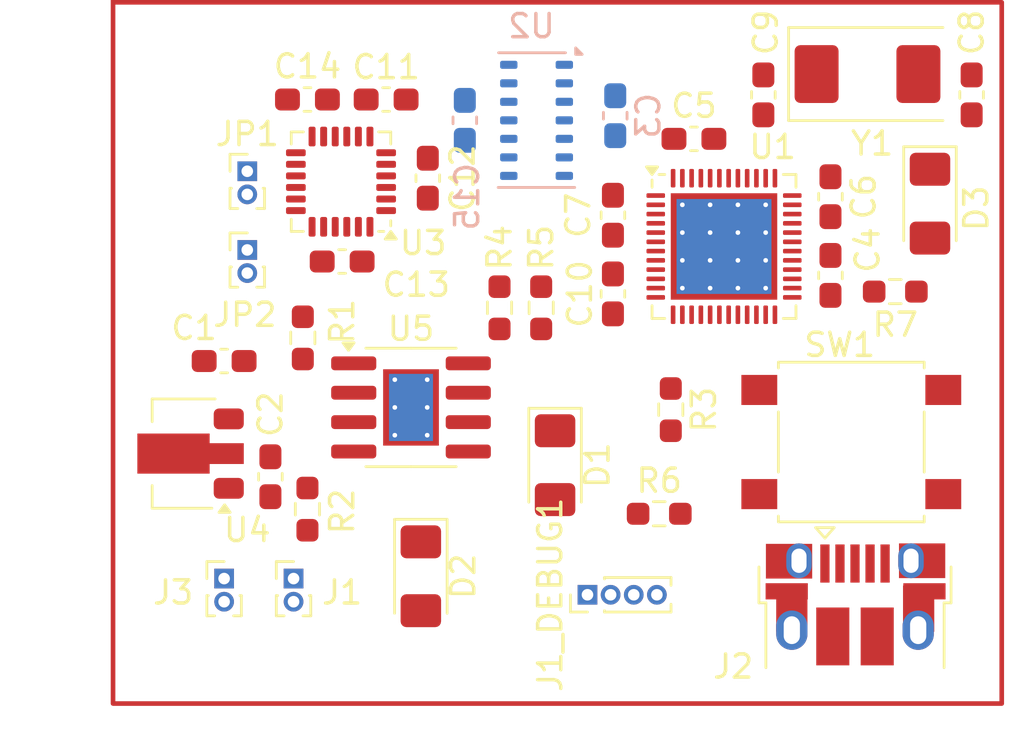
<source format=kicad_pcb>
(kicad_pcb (version 20241229) (generator "pcbnew") (generator_version "9.0")
  (layers (0 "F.Cu" signal) (2 "B.Cu" signal) (13 "F.Paste" user) (15 "B.Paste" user) (5 "F.SilkS" user "F.Silkscreen") (7 "B.SilkS" user "B.Silkscreen") (1 "F.Mask" user) (3 "B.Mask" user) (25 "Edge.Cuts" user))
  (net 0 "")
  (net 1 "Net-(J1-Pin_1)")
  (net 2 "/Battery/Vout")
  (net 3 "Net-(J1-Pin_2)")
  (net 4 "GND")
  (net 5 "Net-(JP1-A)")
  (net 6 "Net-(U1-DEC6)")
  (net 7 "Net-(U1-DEC4)")
  (net 8 "Net-(U1-DEC3)")
  (net 9 "Net-(U1-DEC1)")
  (net 10 "Net-(U1-XC1)")
  (net 11 "Net-(U1-XC2)")
  (net 12 "Net-(U3-VLOGIC)")
  (net 13 "Net-(U3-VDD)")
  (net 14 "Net-(U3-CPOUT)")
  (net 15 "Net-(U3-REGOUT)")
  (net 16 "Net-(D1-K)")
  (net 17 "Net-(D1-A)")
  (net 18 "Net-(D2-K)")
  (net 19 "Net-(D2-A)")
  (net 20 "Net-(D3-A)")
  (net 21 "Net-(J1_DEBUG1-Pin_3)")
  (net 22 "Net-(J1_DEBUG1-Pin_2)")
  (net 24 "Net-(J2-VBUS)")
  (net 25 "Net-(U5-PROG)")
  (net 26 "Net-(U1-~{RESET})")
  (net 27 "/MAX30102/SDA")
  (net 28 "/MAX30102/SCL")
  (net 29 "Net-(U1-P0.10)")
  (net 32 "/MCU/INT_MPU")
  (net 79 "Net-(U4-VI)")
  (footprint "Capacitor_SMD:C_0603_1608Metric_Pad1.08x0.95mm_HandSolder" (layer "F.Cu") (at 152.5 81.4 90)
    (property "Reference" "C9" (at 2.7 0.1 90) (layer "F.SilkS"))
    (property "Value" "12p")
    (fp_line (start -0.146267 -0.51) (end 0.146267 -0.51) (stroke (width 0.12)) (layer "F.SilkS"))
    (fp_line (start -0.146267 0.51) (end 0.146267 0.51) (stroke (width 0.12)) (layer "F.SilkS"))
    (pad "1" smd roundrect (at -0.8625 0 90) (size 1.075 0.95) (layers "F.Cu" "F.Mask" "F.Paste") (net 4 "GND"))
    (pad "2" smd roundrect (at 0.8625 0 90) (size 1.075 0.95) (layers "F.Cu" "F.Mask" "F.Paste") (net 11 "Net-(U1-XC2)"))
  )
  (footprint "Resistor_SMD:R_0603_1608Metric_Pad0.98x0.95mm_HandSolder" (layer "F.Cu") (at 132.6 91.9 -90)
    (property "Reference" "R1" (at -0.7 -1.7 90) (layer "F.SilkS"))
    (property "Value" "20k")
    (fp_line (start -0.254724 0.5225) (end 0.254724 0.5225) (stroke (width 0.12)) (layer "F.SilkS"))
    (fp_line (start -0.254724 -0.5225) (end 0.254724 -0.5225) (stroke (width 0.12)) (layer "F.SilkS"))
    (pad "1" smd roundrect (at -0.9125 0 270) (size 0.975 0.95) (layers "F.Cu" "F.Mask" "F.Paste") (net 25 "Net-(U5-PROG)"))
    (pad "2" smd roundrect (at 0.9125 0 270) (size 0.975 0.95) (layers "F.Cu" "F.Mask" "F.Paste") (net 4 "GND"))
  )
  (footprint "Connector_PinHeader_1.00mm:PinHeader_1x02_P1.00mm_Vertical" (layer "F.Cu") (at 132.2 102.3)
    (property "Reference" "J1" (at 2.1 0.6 0) (layer "F.SilkS"))
    (property "Value" "Conn_01x02_Pin")
    (fp_line (start -0.745 -0.735) (end 0 -0.735) (stroke (width 0.12)) (layer "F.SilkS"))
    (fp_line (start -0.745 0) (end -0.745 -0.735) (stroke (width 0.12)) (layer "F.SilkS"))
    (fp_line (start -0.745 0.735) (end -0.745 1.61) (stroke (width 0.12)) (layer "F.SilkS"))
    (fp_line (start -0.745 0.735) (end -0.685565 0.735) (stroke (width 0.12)) (layer "F.SilkS"))
    (fp_line (start -0.745 1.61) (end -0.41003 1.61) (stroke (width 0.12)) (layer "F.SilkS"))
    (fp_line (start 0.41003 1.61) (end 0.745 1.61) (stroke (width 0.12)) (layer "F.SilkS"))
    (fp_line (start 0.685565 0.735) (end 0.745 0.735) (stroke (width 0.12)) (layer "F.SilkS"))
    (fp_line (start 0.745 0.735) (end 0.745 1.61) (stroke (width 0.12)) (layer "F.SilkS"))
    (pad "1" thru_hole rect (at 0 0) (size 0.85 0.85) (drill 0.5) (layers "*.Cu" "*.Mask") (net 1 "Net-(J1-Pin_1)"))
    (pad "2" thru_hole circle (at 0 1) (size 0.85 0.85) (drill 0.5) (layers "*.Cu" "*.Mask") (net 3 "Net-(J1-Pin_2)"))
  )
  (footprint "Capacitor_SMD:C_0603_1608Metric_Pad1.08x0.95mm_HandSolder" (layer "F.Cu") (at 155.4 89.2 90)
    (property "Reference" "C4" (at 1.1 1.6 90) (layer "F.SilkS"))
    (property "Value" "4.7u")
    (fp_line (start -0.146267 -0.51) (end 0.146267 -0.51) (stroke (width 0.12)) (layer "F.SilkS"))
    (fp_line (start -0.146267 0.51) (end 0.146267 0.51) (stroke (width 0.12)) (layer "F.SilkS"))
    (pad "1" smd roundrect (at -0.8625 0 90) (size 1.075 0.95) (layers "F.Cu" "F.Mask" "F.Paste") (net 6 "Net-(U1-DEC6)"))
    (pad "2" smd roundrect (at 0.8625 0 90) (size 1.075 0.95) (layers "F.Cu" "F.Mask" "F.Paste") (net 4 "GND"))
  )
  (footprint "Connector_PinHeader_1.00mm:PinHeader_1x04_P1.00mm_Vertical" (layer "F.Cu") (at 144.9 103 90)
    (property "Reference" "J1_DEBUG1" (at 0 -1.61 90) (layer "F.SilkS"))
    (property "Value" "Conn_01x04_Pin")
    (fp_line (start -0.745 -0.735) (end 0 -0.735) (stroke (width 0.12)) (layer "F.SilkS"))
    (fp_line (start -0.745 0) (end -0.745 -0.735) (stroke (width 0.12)) (layer "F.SilkS"))
    (fp_line (start 0.745 0.735) (end 0.745 3.61) (stroke (width 0.12)) (layer "F.SilkS"))
    (fp_line (start 0.685565 0.735) (end 0.745 0.735) (stroke (width 0.12)) (layer "F.SilkS"))
    (fp_line (start -0.745 0.735) (end -0.685565 0.735) (stroke (width 0.12)) (layer "F.SilkS"))
    (fp_line (start -0.745 0.735) (end -0.745 3.61) (stroke (width 0.12)) (layer "F.SilkS"))
    (fp_line (start 0.41003 3.61) (end 0.745 3.61) (stroke (width 0.12)) (layer "F.SilkS"))
    (fp_line (start -0.745 3.61) (end -0.41003 3.61) (stroke (width 0.12)) (layer "F.SilkS"))
    (pad "1" thru_hole rect (at 0 0 90) (size 0.85 0.85) (drill 0.5) (layers "*.Cu" "*.Mask") (net 4 "GND"))
    (pad "2" thru_hole circle (at 0 1 90) (size 0.85 0.85) (drill 0.5) (layers "*.Cu" "*.Mask") (net 22 "Net-(J1_DEBUG1-Pin_2)"))
    (pad "3" thru_hole circle (at 0 2 90) (size 0.85 0.85) (drill 0.5) (layers "*.Cu" "*.Mask") (net 21 "Net-(J1_DEBUG1-Pin_3)"))
    (pad "4" thru_hole circle (at 0 3 90) (size 0.85 0.85) (drill 0.5) (layers "*.Cu" "*.Mask") (net 2 "/Battery/Vout"))
  )
  (footprint "LED_SMD:LED_1206_3216Metric_Pad1.42x1.75mm_HandSolder" (layer "F.Cu") (at 143.5 97.4 -90)
    (property "Reference" "D1" (at 0 -1.83 90) (layer "F.SilkS"))
    (property "Value" "LED")
    (fp_line (start -2.46 1.135) (end 1.6 1.135) (stroke (width 0.12)) (layer "F.SilkS"))
    (fp_line (start -2.46 -1.135) (end -2.46 1.135) (stroke (width 0.12)) (layer "F.SilkS"))
    (fp_line (start 1.6 -1.135) (end -2.46 -1.135) (stroke (width 0.12)) (layer "F.SilkS"))
    (pad "1" smd roundrect (at -1.4875 0 270) (size 1.425 1.75) (layers "F.Cu" "F.Mask" "F.Paste") (roundrect_rratio 0.175439) (net 16 "Net-(D1-K)"))
    (pad "2" smd roundrect (at 1.4875 0 270) (size 1.425 1.75) (layers "F.Cu" "F.Mask" "F.Paste") (roundrect_rratio 0.175439) (net 17 "Net-(D1-A)"))
  )
  (footprint "Button_Switch_SMD:SW_SPST_B3S-1000" (layer "F.Cu") (at 156.3 96.4 180)
    (property "Reference" "SW1" (at 0.5 4.2 0) (layer "F.SilkS"))
    (property "Value" "SW_Push")
    (fp_line (start 3.15 3.45) (end -3.15 3.45) (stroke (width 0.12)) (layer "F.SilkS"))
    (fp_line (start 3.15 3.2) (end 3.15 3.45) (stroke (width 0.12)) (layer "F.SilkS"))
    (fp_line (start 3.15 -1.3) (end 3.15 1.3) (stroke (width 0.12)) (layer "F.SilkS"))
    (fp_line (start 3.15 -3.45) (end 3.15 -3.2) (stroke (width 0.12)) (layer "F.SilkS"))
    (fp_line (start -3.15 3.45) (end -3.15 3.2) (stroke (width 0.12)) (layer "F.SilkS"))
    (fp_line (start -3.15 1.3) (end -3.15 -1.3) (stroke (width 0.12)) (layer "F.SilkS"))
    (fp_line (start -3.15 -3.2) (end -3.15 -3.45) (stroke (width 0.12)) (layer "F.SilkS"))
    (fp_line (start -3.15 -3.45) (end 3.15 -3.45) (stroke (width 0.12)) (layer "F.SilkS"))
    (pad "1" smd rect (at -3.975 -2.25 180) (size 1.55 1.3) (layers "F.Cu" "F.Mask" "F.Paste") (net 26 "Net-(U1-~{RESET})"))
    (pad "1" smd rect (at 3.975 -2.25 180) (size 1.55 1.3) (layers "F.Cu" "F.Mask" "F.Paste") (net 26 "Net-(U1-~{RESET})"))
    (pad "2" smd rect (at -3.975 2.25 180) (size 1.55 1.3) (layers "F.Cu" "F.Mask" "F.Paste") (net 4 "GND"))
    (pad "2" smd rect (at 3.975 2.25 180) (size 1.55 1.3) (layers "F.Cu" "F.Mask" "F.Paste") (net 4 "GND"))
  )
  (footprint "Package_SO:SOIC-8-1EP_3.9x4.9mm_P1.27mm_EP2.41x3.3mm_ThermalVias" (layer "F.Cu") (at 137.275 94.905)
    (property "Reference" "U5" (at 0 -3.4 0) (layer "F.SilkS"))
    (property "Value" "TP4056-42-ESOP8")
    (fp_line (start 0 -2.56) (end -1.95 -2.56) (stroke (width 0.12)) (layer "F.SilkS"))
    (fp_line (start 0 -2.56) (end 1.95 -2.56) (stroke (width 0.12)) (layer "F.SilkS"))
    (fp_line (start 0 2.56) (end -1.95 2.56) (stroke (width 0.12)) (layer "F.SilkS"))
    (fp_line (start 0 2.56) (end 1.95 2.56) (stroke (width 0.12)) (layer "F.SilkS"))
    (fp_poly (pts (xy -2.7 -2.465) (xy -2.94 -2.795) (xy -2.46 -2.795)) (stroke (width 0.12)) (fill yes) (layer "F.SilkS"))
    (pad "1" smd roundrect (at -2.475 -1.905) (size 1.95 0.6) (layers "F.Cu" "F.Mask" "F.Paste") (net 4 "GND"))
    (pad "2" smd roundrect (at -2.475 -0.635) (size 1.95 0.6) (layers "F.Cu" "F.Mask" "F.Paste") (net 25 "Net-(U5-PROG)"))
    (pad "3" smd roundrect (at -2.475 0.635) (size 1.95 0.6) (layers "F.Cu" "F.Mask" "F.Paste") (net 4 "GND"))
    (pad "4" smd roundrect (at -2.475 1.905) (size 1.95 0.6) (layers "F.Cu" "F.Mask" "F.Paste") (net 24 "Net-(J2-VBUS)"))
    (pad "5" smd roundrect (at 2.475 1.905) (size 1.95 0.6) (layers "F.Cu" "F.Mask" "F.Paste") (net 3 "Net-(J1-Pin_2)"))
    (pad "6" smd roundrect (at 2.475 0.635) (size 1.95 0.6) (layers "F.Cu" "F.Mask" "F.Paste") (net 16 "Net-(D1-K)"))
    (pad "7" smd roundrect (at 2.475 -0.635) (size 1.95 0.6) (layers "F.Cu" "F.Mask" "F.Paste") (net 18 "Net-(D2-K)"))
    (pad "8" smd roundrect (at 2.475 -1.905) (size 1.95 0.6) (layers "F.Cu" "F.Mask" "F.Paste") (net 4 "GND"))
    (pad "9" thru_hole circle (at -0.7 -1.2) (size 0.5 0.5) (drill 0.2) (property pad_prop_heatsink) (layers "*.Cu") (net 4 "GND"))
    (pad "9" thru_hole circle (at -0.7 0) (size 0.5 0.5) (drill 0.2) (property pad_prop_heatsink) (layers "*.Cu") (net 4 "GND"))
    (pad "9" thru_hole circle (at -0.7 1.2) (size 0.5 0.5) (drill 0.2) (property pad_prop_heatsink) (layers "*.Cu") (net 4 "GND"))
    (pad "9" smd rect (at 0 0) (size 1.9 2.9) (property pad_prop_heatsink) (layers "B.Cu") (net 4 "GND"))
    (pad "9" smd rect (at 0 0) (size 2.41 3.3) (property pad_prop_heatsink) (layers "F.Cu" "F.Mask") (net 4 "GND"))
    (pad "9" thru_hole circle (at 0.7 -1.2) (size 0.5 0.5) (drill 0.2) (property pad_prop_heatsink) (layers "*.Cu") (net 4 "GND"))
    (pad "9" thru_hole circle (at 0.7 0) (size 0.5 0.5) (drill 0.2) (property pad_prop_heatsink) (layers "*.Cu") (net 4 "GND"))
    (pad "9" thru_hole circle (at 0.7 1.2) (size 0.5 0.5) (drill 0.2) (property pad_prop_heatsink) (layers "*.Cu") (net 4 "GND"))
  )
  (footprint "Capacitor_SMD:C_0603_1608Metric_Pad1.08x0.95mm_HandSolder" (layer "F.Cu") (at 149.5 83.3)
    (property "Reference" "C5" (at 0 -1.43 0) (layer "F.SilkS"))
    (property "Value" "1.0u")
    (fp_line (start -0.146267 -0.51) (end 0.146267 -0.51) (stroke (width 0.12)) (layer "F.SilkS"))
    (fp_line (start -0.146267 0.51) (end 0.146267 0.51) (stroke (width 0.12)) (layer "F.SilkS"))
    (pad "1" smd roundrect (at -0.8625 0) (size 1.075 0.95) (layers "F.Cu" "F.Mask" "F.Paste") (net 7 "Net-(U1-DEC4)"))
    (pad "2" smd roundrect (at 0.8625 0) (size 1.075 0.95) (layers "F.Cu" "F.Mask" "F.Paste") (net 4 "GND"))
  )
  (footprint "Resistor_SMD:R_0603_1608Metric_Pad0.98x0.95mm_HandSolder" (layer "F.Cu") (at 141.1 90.6 -90)
    (property "Reference" "R4" (at -2.6 0 90) (layer "F.SilkS"))
    (property "Value" "4k7")
    (fp_line (start -0.254724 0.5225) (end 0.254724 0.5225) (stroke (width 0.12)) (layer "F.SilkS"))
    (fp_line (start -0.254724 -0.5225) (end 0.254724 -0.5225) (stroke (width 0.12)) (layer "F.SilkS"))
    (pad "1" smd roundrect (at -0.9125 0 270) (size 0.975 0.95) (layers "F.Cu" "F.Mask" "F.Paste") (net 2 "/Battery/Vout"))
    (pad "2" smd roundrect (at 0.9125 0 270) (size 0.975 0.95) (layers "F.Cu" "F.Mask" "F.Paste") (net 27 "/MAX30102/SDA"))
  )
  (footprint "Resistor_SMD:R_0603_1608Metric_Pad0.98x0.95mm_HandSolder" (layer "F.Cu") (at 148.5 95 -90)
    (property "Reference" "R3" (at 0 -1.43 270) (layer "F.SilkS"))
    (property "Value" "10k")
    (fp_line (start -0.254724 0.5225) (end 0.254724 0.5225) (stroke (width 0.12)) (layer "F.SilkS"))
    (fp_line (start -0.254724 -0.5225) (end 0.254724 -0.5225) (stroke (width 0.12)) (layer "F.SilkS"))
    (pad "1" smd roundrect (at -0.9125 0 270) (size 0.975 0.95) (layers "F.Cu" "F.Mask" "F.Paste") (net 26 "Net-(U1-~{RESET})"))
    (pad "2" smd roundrect (at 0.9125 0 270) (size 0.975 0.95) (layers "F.Cu" "F.Mask" "F.Paste") (net 2 "/Battery/Vout"))
  )
  (footprint "Capacitor_SMD:C_0603_1608Metric_Pad1.08x0.95mm_HandSolder" (layer "F.Cu") (at 136.2 81.6 180)
    (property "Reference" "C11" (at 0 1.4 0) (layer "F.SilkS"))
    (property "Value" "10n")
    (fp_line (start -0.146267 0.51) (end 0.146267 0.51) (stroke (width 0.12)) (layer "F.SilkS"))
    (fp_line (start -0.146267 -0.51) (end 0.146267 -0.51) (stroke (width 0.12)) (layer "F.SilkS"))
    (pad "1" smd roundrect (at -0.8625 0 180) (size 1.075 0.95) (layers "F.Cu" "F.Mask" "F.Paste") (net 12 "Net-(U3-VLOGIC)"))
    (pad "2" smd roundrect (at 0.8625 0 180) (size 1.075 0.95) (layers "F.Cu" "F.Mask" "F.Paste") (net 4 "GND"))
  )
  (footprint "Capacitor_SMD:C_0603_1608Metric_Pad1.08x0.95mm_HandSolder" (layer "F.Cu") (at 134.3 88.6)
    (property "Reference" "C13" (at 3.2 1 0) (layer "F.SilkS"))
    (property "Value" "2.2n")
    (fp_line (start -0.146267 -0.51) (end 0.146267 -0.51) (stroke (width 0.12)) (layer "F.SilkS"))
    (fp_line (start -0.146267 0.51) (end 0.146267 0.51) (stroke (width 0.12)) (layer "F.SilkS"))
    (pad "1" smd roundrect (at -0.8625 0) (size 1.075 0.95) (layers "F.Cu" "F.Mask" "F.Paste") (net 14 "Net-(U3-CPOUT)"))
    (pad "2" smd roundrect (at 0.8625 0) (size 1.075 0.95) (layers "F.Cu" "F.Mask" "F.Paste") (net 4 "GND"))
  )
  (footprint "Connector_PinHeader_1.00mm:PinHeader_1x02_P1.00mm_Vertical" (layer "F.Cu") (at 130.2 84.7)
    (property "Reference" "JP1" (at 0 -1.61 0) (layer "F.SilkS"))
    (property "Value" "Jumper_2_Bridged")
    (fp_line (start -0.745 -0.735) (end 0 -0.735) (stroke (width 0.12)) (layer "F.SilkS"))
    (fp_line (start -0.745 0) (end -0.745 -0.735) (stroke (width 0.12)) (layer "F.SilkS"))
    (fp_line (start -0.745 0.735) (end -0.745 1.61) (stroke (width 0.12)) (layer "F.SilkS"))
    (fp_line (start -0.745 0.735) (end -0.685565 0.735) (stroke (width 0.12)) (layer "F.SilkS"))
    (fp_line (start -0.745 1.61) (end -0.41003 1.61) (stroke (width 0.12)) (layer "F.SilkS"))
    (fp_line (start 0.41003 1.61) (end 0.745 1.61) (stroke (width 0.12)) (layer "F.SilkS"))
    (fp_line (start 0.685565 0.735) (end 0.745 0.735) (stroke (width 0.12)) (layer "F.SilkS"))
    (fp_line (start 0.745 0.735) (end 0.745 1.61) (stroke (width 0.12)) (layer "F.SilkS"))
    (pad "1" thru_hole rect (at 0 0) (size 0.85 0.85) (drill 0.5) (layers "*.Cu" "*.Mask") (net 5 "Net-(JP1-A)"))
    (pad "2" thru_hole circle (at 0 1) (size 0.85 0.85) (drill 0.5) (layers "*.Cu" "*.Mask") (net 2 "/Battery/Vout"))
  )
  (footprint "Capacitor_SMD:C_0603_1608Metric_Pad1.08x0.95mm_HandSolder" (layer "F.Cu") (at 129.2 92.9)
    (property "Reference" "C1" (at -1.3 -1.43 0) (layer "F.SilkS"))
    (property "Value" "1u")
    (fp_line (start -0.146267 -0.51) (end 0.146267 -0.51) (stroke (width 0.12)) (layer "F.SilkS"))
    (fp_line (start -0.146267 0.51) (end 0.146267 0.51) (stroke (width 0.12)) (layer "F.SilkS"))
    (pad "1" smd roundrect (at -0.8625 0) (size 1.075 0.95) (layers "F.Cu" "F.Mask" "F.Paste") (net 2 "/Battery/Vout"))
    (pad "2" smd roundrect (at 0.8625 0) (size 1.075 0.95) (layers "F.Cu" "F.Mask" "F.Paste") (net 1 "Net-(J1-Pin_1)"))
  )
  (footprint "Connector_PinHeader_1.00mm:PinHeader_1x02_P1.00mm_Vertical" (layer "F.Cu") (at 130.2 88.1)
    (property "Reference" "JP2" (at -0.1 2.8 0) (layer "F.SilkS"))
    (property "Value" "Jumper_2_Bridged")
    (fp_line (start -0.745 -0.735) (end 0 -0.735) (stroke (width 0.12)) (layer "F.SilkS"))
    (fp_line (start -0.745 0) (end -0.745 -0.735) (stroke (width 0.12)) (layer "F.SilkS"))
    (fp_line (start -0.745 0.735) (end -0.745 1.61) (stroke (width 0.12)) (layer "F.SilkS"))
    (fp_line (start -0.745 0.735) (end -0.685565 0.735) (stroke (width 0.12)) (layer "F.SilkS"))
    (fp_line (start -0.745 1.61) (end -0.41003 1.61) (stroke (width 0.12)) (layer "F.SilkS"))
    (fp_line (start 0.41003 1.61) (end 0.745 1.61) (stroke (width 0.12)) (layer "F.SilkS"))
    (fp_line (start 0.685565 0.735) (end 0.745 0.735) (stroke (width 0.12)) (layer "F.SilkS"))
    (fp_line (start 0.745 0.735) (end 0.745 1.61) (stroke (width 0.12)) (layer "F.SilkS"))
    (pad "1" thru_hole rect (at 0 0) (size 0.85 0.85) (drill 0.5) (layers "*.Cu" "*.Mask") (net 4 "GND"))
    (pad "2" thru_hole circle (at 0 1) (size 0.85 0.85) (drill 0.5) (layers "*.Cu" "*.Mask") (net 2 "/Battery/Vout"))
  )
  (footprint "Crystal:Crystal_SMD_0603-2Pin_6.0x3.5mm" (layer "F.Cu") (at 157 80.5)
    (property "Reference" "Y1" (at 0.2 3 0) (layer "F.SilkS"))
    (property "Value" "32Mhz")
    (fp_line (start -3.41 -2.01) (end -3.41 2.01) (stroke (width 0.12)) (layer "F.SilkS"))
    (fp_line (start -3.41 2.01) (end 3.26 2.01) (stroke (width 0.12)) (layer "F.SilkS"))
    (fp_line (start 3.26 -2.01) (end -3.41 -2.01) (stroke (width 0.12)) (layer "F.SilkS"))
    (pad "1" smd roundrect (at -2.2 0) (size 1.9 2.5) (layers "F.Cu" "F.Mask" "F.Paste") (roundrect_rratio 0.131579) (net 11 "Net-(U1-XC2)"))
    (pad "2" smd roundrect (at 2.2 0) (size 1.9 2.5) (layers "F.Cu" "F.Mask" "F.Paste") (roundrect_rratio 0.131579) (net 10 "Net-(U1-XC1)"))
  )
  (footprint "Resistor_SMD:R_0603_1608Metric_Pad0.98x0.95mm_HandSolder" (layer "F.Cu") (at 142.9 90.6 -90)
    (property "Reference" "R5" (at -2.6 0 90) (layer "F.SilkS"))
    (property "Value" "4k7")
    (fp_line (start -0.254724 0.5225) (end 0.254724 0.5225) (stroke (width 0.12)) (layer "F.SilkS"))
    (fp_line (start -0.254724 -0.5225) (end 0.254724 -0.5225) (stroke (width 0.12)) (layer "F.SilkS"))
    (pad "1" smd roundrect (at -0.9125 0 270) (size 0.975 0.95) (layers "F.Cu" "F.Mask" "F.Paste") (net 2 "/Battery/Vout"))
    (pad "2" smd roundrect (at 0.9125 0 270) (size 0.975 0.95) (layers "F.Cu" "F.Mask" "F.Paste") (net 28 "/MAX30102/SCL"))
  )
  (footprint "Capacitor_SMD:C_0603_1608Metric_Pad1.08x0.95mm_HandSolder" (layer "F.Cu") (at 155.4 85.8 -90)
    (property "Reference" "C6" (at 0 -1.43 90) (layer "F.SilkS"))
    (property "Value" "1.0u")
    (fp_line (start -0.146267 0.51) (end 0.146267 0.51) (stroke (width 0.12)) (layer "F.SilkS"))
    (fp_line (start -0.146267 -0.51) (end 0.146267 -0.51) (stroke (width 0.12)) (layer "F.SilkS"))
    (pad "1" smd roundrect (at -0.8625 0 270) (size 1.075 0.95) (layers "F.Cu" "F.Mask" "F.Paste") (net 8 "Net-(U1-DEC3)"))
    (pad "2" smd roundrect (at 0.8625 0 270) (size 1.075 0.95) (layers "F.Cu" "F.Mask" "F.Paste") (net 4 "GND"))
  )
  (footprint "Capacitor_SMD:C_0603_1608Metric_Pad1.08x0.95mm_HandSolder" (layer "F.Cu") (at 138 85 90)
    (property "Reference" "C12" (at 0 1.5 90) (layer "F.SilkS"))
    (property "Value" "100n")
    (fp_line (start -0.146267 -0.51) (end 0.146267 -0.51) (stroke (width 0.12)) (layer "F.SilkS"))
    (fp_line (start -0.146267 0.51) (end 0.146267 0.51) (stroke (width 0.12)) (layer "F.SilkS"))
    (pad "1" smd roundrect (at -0.8625 0 90) (size 1.075 0.95) (layers "F.Cu" "F.Mask" "F.Paste") (net 13 "Net-(U3-VDD)"))
    (pad "2" smd roundrect (at 0.8625 0 90) (size 1.075 0.95) (layers "F.Cu" "F.Mask" "F.Paste") (net 4 "GND"))
  )
  (footprint "Capacitor_SMD:C_0603_1608Metric_Pad1.08x0.95mm_HandSolder" (layer "F.Cu") (at 131.2 97.9 -90)
    (property "Reference" "C2" (at -2.7 0 90) (layer "F.SilkS"))
    (property "Value" "1u")
    (fp_line (start -0.146267 0.51) (end 0.146267 0.51) (stroke (width 0.12)) (layer "F.SilkS"))
    (fp_line (start -0.146267 -0.51) (end 0.146267 -0.51) (stroke (width 0.12)) (layer "F.SilkS"))
    (pad "1" smd roundrect (at -0.8625 0 270) (size 1.075 0.95) (layers "F.Cu" "F.Mask" "F.Paste") (net 79 "Net-(U4-VI)"))
    (pad "2" smd roundrect (at 0.8625 0 270) (size 1.075 0.95) (layers "F.Cu" "F.Mask" "F.Paste") (net 1 "Net-(J1-Pin_1)"))
  )
  (footprint "Package_TO_SOT_SMD:SOT-89-3" (layer "F.Cu") (at 127.45 96.9 180)
    (property "Reference" "U4" (at -2.75 -3.3 0) (layer "F.SilkS"))
    (property "Value" "MCP1700x-330xxMB")
    (fp_line (start 1.36 2.36) (end -1.36 2.36) (stroke (width 0.12)) (layer "F.SilkS"))
    (fp_line (start 1.36 1.38) (end 1.36 2.36) (stroke (width 0.12)) (layer "F.SilkS"))
    (fp_line (start 1.36 -1.38) (end 1.36 -2.36) (stroke (width 0.12)) (layer "F.SilkS"))
    (fp_line (start -1.22 -2.36) (end 1.36 -2.36) (stroke (width 0.12)) (layer "F.SilkS"))
    (fp_poly (pts (xy -1.77 -2.21) (xy -2.01 -2.54) (xy -1.53 -2.54) (xy -1.77 -2.21)) (stroke (width 0.12)) (fill yes) (layer "F.SilkS"))
    (pad "1" smd roundrect (at -1.95 -1.5 180) (size 1.3 0.9) (layers "F.Cu" "F.Mask" "F.Paste") (net 1 "Net-(J1-Pin_1)"))
    (pad "2" smd custom (at -1.8625 0 180) (size 1.475 0.9) (layers "F.Cu" "F.Mask" "F.Paste") (net 79 "Net-(U4-VI)") (options (clearance outline) (anchor rect)) (primitives (gr_poly (pts (xy 3.8625 0.8665) (xy 0.7375 0.8665) (xy 0.7375 -0.8665) (xy 3.8625 -0.8665)) (width 0) (fill yes))))
    (pad "3" smd roundrect (at -1.95 1.5 180) (size 1.3 0.9) (layers "F.Cu" "F.Mask" "F.Paste") (net 2 "/Battery/Vout"))
  )
  (footprint "LED_SMD:LED_1206_3216Metric_Pad1.42x1.75mm_HandSolder" (layer "F.Cu") (at 159.7 86.1 -90)
    (property "Reference" "D3" (at 0.2 -2 90) (layer "F.SilkS"))
    (property "Value" "LED")
    (fp_line (start -2.46 1.135) (end 1.6 1.135) (stroke (width 0.12)) (layer "F.SilkS"))
    (fp_line (start -2.46 -1.135) (end -2.46 1.135) (stroke (width 0.12)) (layer "F.SilkS"))
    (fp_line (start 1.6 -1.135) (end -2.46 -1.135) (stroke (width 0.12)) (layer "F.SilkS"))
    (pad "1" smd roundrect (at -1.4875 0 270) (size 1.425 1.75) (layers "F.Cu" "F.Mask" "F.Paste") (roundrect_rratio 0.175439) (net 4 "GND"))
    (pad "2" smd roundrect (at 1.4875 0 270) (size 1.425 1.75) (layers "F.Cu" "F.Mask" "F.Paste") (roundrect_rratio 0.175439) (net 20 "Net-(D3-A)"))
  )
  (footprint "Resistor_SMD:R_0603_1608Metric_Pad0.98x0.95mm_HandSolder" (layer "F.Cu") (at 132.8 99.3 90)
    (property "Reference" "R2" (at -0.1 1.5 90) (layer "F.SilkS"))
    (property "Value" "1k")
    (fp_line (start -0.254724 -0.5225) (end 0.254724 -0.5225) (stroke (width 0.12)) (layer "F.SilkS"))
    (fp_line (start -0.254724 0.5225) (end 0.254724 0.5225) (stroke (width 0.12)) (layer "F.SilkS"))
    (pad "1" smd roundrect (at -0.9125 0 90) (size 0.975 0.95) (layers "F.Cu" "F.Mask" "F.Paste") (net 19 "Net-(D2-A)"))
    (pad "2" smd roundrect (at 0.9125 0 90) (size 0.975 0.95) (layers "F.Cu" "F.Mask" "F.Paste") (net 24 "Net-(J2-VBUS)"))
  )
  (footprint "LED_SMD:LED_1206_3216Metric_Pad1.42x1.75mm_HandSolder" (layer "F.Cu") (at 137.7 102.2 -90)
    (property "Reference" "D2" (at 0 -1.83 90) (layer "F.SilkS"))
    (property "Value" "LED")
    (fp_line (start -2.46 1.135) (end 1.6 1.135) (stroke (width 0.12)) (layer "F.SilkS"))
    (fp_line (start -2.46 -1.135) (end -2.46 1.135) (stroke (width 0.12)) (layer "F.SilkS"))
    (fp_line (start 1.6 -1.135) (end -2.46 -1.135) (stroke (width 0.12)) (layer "F.SilkS"))
    (pad "1" smd roundrect (at -1.4875 0 270) (size 1.425 1.75) (layers "F.Cu" "F.Mask" "F.Paste") (roundrect_rratio 0.175439) (net 18 "Net-(D2-K)"))
    (pad "2" smd roundrect (at 1.4875 0 270) (size 1.425 1.75) (layers "F.Cu" "F.Mask" "F.Paste") (roundrect_rratio 0.175439) (net 19 "Net-(D2-A)"))
  )
  (footprint "Connector_PinHeader_1.00mm:PinHeader_1x02_P1.00mm_Vertical" (layer "F.Cu") (at 129.2 102.3)
    (property "Reference" "J3" (at -2.2 0.6 0) (layer "F.SilkS"))
    (property "Value" "Conn_01x02_Pin")
    (fp_line (start -0.745 -0.735) (end 0 -0.735) (stroke (width 0.12)) (layer "F.SilkS"))
    (fp_line (start -0.745 0) (end -0.745 -0.735) (stroke (width 0.12)) (layer "F.SilkS"))
    (fp_line (start -0.745 0.735) (end -0.745 1.61) (stroke (width 0.12)) (layer "F.SilkS"))
    (fp_line (start -0.745 0.735) (end -0.685565 0.735) (stroke (width 0.12)) (layer "F.SilkS"))
    (fp_line (start -0.745 1.61) (end -0.41003 1.61) (stroke (width 0.12)) (layer "F.SilkS"))
    (fp_line (start 0.41003 1.61) (end 0.745 1.61) (stroke (width 0.12)) (layer "F.SilkS"))
    (fp_line (start 0.685565 0.735) (end 0.745 0.735) (stroke (width 0.12)) (layer "F.SilkS"))
    (fp_line (start 0.745 0.735) (end 0.745 1.61) (stroke (width 0.12)) (layer "F.SilkS"))
    (pad "1" thru_hole rect (at 0 0) (size 0.85 0.85) (drill 0.5) (layers "*.Cu" "*.Mask") (net 3 "Net-(J1-Pin_2)"))
    (pad "2" thru_hole circle (at 0 1) (size 0.85 0.85) (drill 0.5) (layers "*.Cu" "*.Mask"))
  )
  (footprint "Capacitor_SMD:C_0603_1608Metric_Pad1.08x0.95mm_HandSolder" (layer "F.Cu") (at 146 86.6 -90)
    (property "Reference" "C7" (at 0 1.5 270) (layer "F.SilkS"))
    (property "Value" "1.0u")
    (fp_line (start -0.146267 0.51) (end 0.146267 0.51) (stroke (width 0.12)) (layer "F.SilkS"))
    (fp_line (start -0.146267 -0.51) (end 0.146267 -0.51) (stroke (width 0.12)) (layer "F.SilkS"))
    (pad "1" smd roundrect (at -0.8625 0 270) (size 1.075 0.95) (layers "F.Cu" "F.Mask" "F.Paste") (net 9 "Net-(U1-DEC1)"))
    (pad "2" smd roundrect (at 0.8625 0 270) (size 1.075 0.95) (layers "F.Cu" "F.Mask" "F.Paste") (net 4 "GND"))
  )
  (footprint "Capacitor_SMD:C_0603_1608Metric_Pad1.08x0.95mm_HandSolder" (layer "F.Cu") (at 132.8 81.6)
    (property "Reference" "C14" (at 0 -1.43 0) (layer "F.SilkS"))
    (property "Value" "100n")
    (fp_line (start -0.146267 -0.51) (end 0.146267 -0.51) (stroke (width 0.12)) (layer "F.SilkS"))
    (fp_line (start -0.146267 0.51) (end 0.146267 0.51) (stroke (width 0.12)) (layer "F.SilkS"))
    (pad "1" smd roundrect (at -0.8625 0) (size 1.075 0.95) (layers "F.Cu" "F.Mask" "F.Paste") (net 15 "Net-(U3-REGOUT)"))
    (pad "2" smd roundrect (at 0.8625 0) (size 1.075 0.95) (layers "F.Cu" "F.Mask" "F.Paste") (net 4 "GND"))
  )
  (footprint "Package_DFN_QFN:QFN-48-1EP_6x6mm_P0.4mm_EP4.6x4.6mm_ThermalVias" (layer "F.Cu") (at 150.8 87.95)
    (property "Reference" "U1" (at 2.1 -4.3 0) (layer "F.SilkS"))
    (property "Value" "nRF52840-QFXX")
    (fp_line (start -3.11 -2.56) (end -3.11 -2.87) (stroke (width 0.12)) (layer "F.SilkS"))
    (fp_line (start -3.11 3.11) (end -3.11 2.56) (stroke (width 0.12)) (layer "F.SilkS"))
    (fp_line (start -2.56 -3.11) (end -2.81 -3.11) (stroke (width 0.12)) (layer "F.SilkS"))
    (fp_line (start -2.56 3.11) (end -3.11 3.11) (stroke (width 0.12)) (layer "F.SilkS"))
    (fp_line (start 2.56 -3.11) (end 3.11 -3.11) (stroke (width 0.12)) (layer "F.SilkS"))
    (fp_line (start 2.56 3.11) (end 3.11 3.11) (stroke (width 0.12)) (layer "F.SilkS"))
    (fp_line (start 3.11 -3.11) (end 3.11 -2.56) (stroke (width 0.12)) (layer "F.SilkS"))
    (fp_line (start 3.11 3.11) (end 3.11 2.56) (stroke (width 0.12)) (layer "F.SilkS"))
    (fp_poly (pts (xy -3.11 -3.11) (xy -3.35 -3.44) (xy -2.87 -3.44)) (stroke (width 0.12)) (fill yes) (layer "F.SilkS"))
    (pad "1" smd roundrect (at -2.95 -2.2) (size 0.8 0.2) (layers "F.Cu" "F.Mask" "F.Paste") (net 9 "Net-(U1-DEC1)"))
    (pad "2" smd roundrect (at -2.95 -1.8) (size 0.8 0.2) (layers "F.Cu" "F.Mask" "F.Paste") (net 32 "/MCU/INT_MPU"))
    (pad "3" smd roundrect (at -2.95 -1.4) (size 0.8 0.2) (layers "F.Cu" "F.Mask" "F.Paste"))
    (pad "4" smd roundrect (at -2.95 -1) (size 0.8 0.2) (layers "F.Cu" "F.Mask" "F.Paste"))
    (pad "5" smd roundrect (at -2.95 -0.6) (size 0.8 0.2) (layers "F.Cu" "F.Mask" "F.Paste"))
    (pad "6" smd roundrect (at -2.95 -0.2) (size 0.8 0.2) (layers "F.Cu" "F.Mask" "F.Paste"))
    (pad "7" smd roundrect (at -2.95 0.2) (size 0.8 0.2) (layers "F.Cu" "F.Mask" "F.Paste"))
    (pad "8" smd roundrect (at -2.95 0.6) (size 0.8 0.2) (layers "F.Cu" "F.Mask" "F.Paste"))
    (pad "9" smd roundrect (at -2.95 1) (size 0.8 0.2) (layers "F.Cu" "F.Mask" "F.Paste"))
    (pad "10" smd roundrect (at -2.95 1.4) (size 0.8 0.2) (layers "F.Cu" "F.Mask" "F.Paste") (net 28 "/MAX30102/SCL"))
    (pad "11" smd roundrect (at -2.95 1.8) (size 0.8 0.2) (layers "F.Cu" "F.Mask" "F.Paste") (net 27 "/MAX30102/SDA"))
    (pad "12" smd roundrect (at -2.95 2.2) (size 0.8 0.2) (layers "F.Cu" "F.Mask" "F.Paste") (net 2 "/Battery/Vout"))
    (pad "13" smd roundrect (at -2.2 2.95) (size 0.2 0.8) (layers "F.Cu" "F.Mask" "F.Paste"))
    (pad "14" smd roundrect (at -1.8 2.95) (size 0.2 0.8) (layers "F.Cu" "F.Mask" "F.Paste"))
    (pad "15" smd roundrect (at -1.4 2.95) (size 0.2 0.8) (layers "F.Cu" "F.Mask" "F.Paste"))
    (pad "16" smd roundrect (at -1 2.95) (size 0.2 0.8) (layers "F.Cu" "F.Mask" "F.Paste") (net 26 "Net-(U1-~{RESET})"))
    (pad "17" smd roundrect (at -0.6 2.95) (size 0.2 0.8) (layers "F.Cu" "F.Mask" "F.Paste") (net 2 "/Battery/Vout"))
    (pad "18" smd roundrect (at -0.2 2.95) (size 0.2 0.8) (layers "F.Cu" "F.Mask" "F.Paste"))
    (pad "19" smd roundrect (at 0.2 2.95) (size 0.2 0.8) (layers "F.Cu" "F.Mask" "F.Paste"))
    (pad "20" smd roundrect (at 0.6 2.95) (size 0.2 0.8) (layers "F.Cu" "F.Mask" "F.Paste"))
    (pad "21" smd roundrect (at 1 2.95) (size 0.2 0.8) (layers "F.Cu" "F.Mask" "F.Paste"))
    (pad "22" smd roundrect (at 1.4 2.95) (size 0.2 0.8) (layers "F.Cu" "F.Mask" "F.Paste"))
    (pad "23" smd roundrect (at 1.8 2.95) (size 0.2 0.8) (layers "F.Cu" "F.Mask" "F.Paste"))
    (pad "24" smd roundrect (at 2.2 2.95) (size 0.2 0.8) (layers "F.Cu" "F.Mask" "F.Paste"))
    (pad "25" smd roundrect (at 2.95 2.2) (size 0.8 0.2) (layers "F.Cu" "F.Mask" "F.Paste") (net 2 "/Battery/Vout"))
    (pad "26" smd roundrect (at 2.95 1.8) (size 0.8 0.2) (layers "F.Cu" "F.Mask" "F.Paste") (net 22 "Net-(J1_DEBUG1-Pin_2)"))
    (pad "27" smd roundrect (at 2.95 1.4) (size 0.8 0.2) (layers "F.Cu" "F.Mask" "F.Paste") (net 21 "Net-(J1_DEBUG1-Pin_3)"))
    (pad "28" smd roundrect (at 2.95 1) (size 0.8 0.2) (layers "F.Cu" "F.Mask" "F.Paste"))
    (pad "29" smd roundrect (at 2.95 0.6) (size 0.8 0.2) (layers "F.Cu" "F.Mask" "F.Paste"))
    (pad "30" smd roundrect (at 2.95 0.2) (size 0.8 0.2) (layers "F.Cu" "F.Mask" "F.Paste") (net 29 "Net-(U1-P0.10)"))
    (pad "31" smd roundrect (at 2.95 -0.2) (size 0.8 0.2) (layers "F.Cu" "F.Mask" "F.Paste"))
    (pad "32" smd roundrect (at 2.95 -0.6) (size 0.8 0.2) (layers "F.Cu" "F.Mask" "F.Paste") (net 4 "GND"))
    (pad "33" smd roundrect (at 2.95 -1) (size 0.8 0.2) (layers "F.Cu" "F.Mask" "F.Paste") (net 6 "Net-(U1-DEC6)"))
    (pad "34" smd roundrect (at 2.95 -1.4) (size 0.8 0.2) (layers "F.Cu" "F.Mask" "F.Paste") (net 8 "Net-(U1-DEC3)"))
    (pad "35" smd roundrect (at 2.95 -1.8) (size 0.8 0.2) (layers "F.Cu" "F.Mask" "F.Paste") (net 10 "Net-(U1-XC1)"))
    (pad "36" smd roundrect (at 2.95 -2.2) (size 0.8 0.2) (layers "F.Cu" "F.Mask" "F.Paste") (net 11 "Net-(U1-XC2)"))
    (pad "37" smd roundrect (at 2.2 -2.95) (size 0.2 0.8) (layers "F.Cu" "F.Mask" "F.Paste") (net 2 "/Battery/Vout"))
    (pad "38" smd roundrect (at 1.8 -2.95) (size 0.2 0.8) (layers "F.Cu" "F.Mask" "F.Paste"))
    (pad "39" smd roundrect (at 1.4 -2.95) (size 0.2 0.8) (layers "F.Cu" "F.Mask" "F.Paste"))
    (pad "40" smd roundrect (at 1 -2.95) (size 0.2 0.8) (layers "F.Cu" "F.Mask" "F.Paste"))
    (pad "41" smd roundrect (at 0.6 -2.95) (size 0.2 0.8) (layers "F.Cu" "F.Mask" "F.Paste"))
    (pad "42" smd roundrect (at 0.2 -2.95) (size 0.2 0.8) (layers "F.Cu" "F.Mask" "F.Paste"))
    (pad "43" smd roundrect (at -0.2 -2.95) (size 0.2 0.8) (layers "F.Cu" "F.Mask" "F.Paste"))
    (pad "44" smd roundrect (at -0.6 -2.95) (size 0.2 0.8) (layers "F.Cu" "F.Mask" "F.Paste"))
    (pad "45" smd roundrect (at -1 -2.95) (size 0.2 0.8) (layers "F.Cu" "F.Mask" "F.Paste") (net 4 "GND"))
    (pad "46" smd roundrect (at -1.4 -2.95) (size 0.2 0.8) (layers "F.Cu" "F.Mask" "F.Paste") (net 7 "Net-(U1-DEC4)"))
    (pad "47" smd roundrect (at -1.8 -2.95) (size 0.2 0.8) (layers "F.Cu" "F.Mask" "F.Paste"))
    (pad "48" smd roundrect (at -2.2 -2.95) (size 0.2 0.8) (layers "F.Cu" "F.Mask" "F.Paste") (net 2 "/Battery/Vout"))
    (pad "49" thru_hole circle (at -1.8 -1.8) (size 0.5 0.5) (drill 0.2) (property pad_prop_heatsink) (layers "*.Cu") (net 4 "GND"))
    (pad "49" thru_hole circle (at -1.8 -0.6) (size 0.5 0.5) (drill 0.2) (property pad_prop_heatsink) (layers "*.Cu") (net 4 "GND"))
    (pad "49" thru_hole circle (at -1.8 0.6) (size 0.5 0.5) (drill 0.2) (property pad_prop_heatsink) (layers "*.Cu") (net 4 "GND"))
    (pad "49" thru_hole circle (at -1.8 1.8) (size 0.5 0.5) (drill 0.2) (property pad_prop_heatsink) (layers "*.Cu") (net 4 "GND"))
    (pad "49" thru_hole circle (at -0.6 -1.8) (size 0.5 0.5) (drill 0.2) (property pad_prop_heatsink) (layers "*.Cu") (net 4 "GND"))
    (pad "49" thru_hole circle (at -0.6 -0.6) (size 0.5 0.5) (drill 0.2) (property pad_prop_heatsink) (layers "*.Cu") (net 4 "GND"))
    (pad "49" thru_hole circle (at -0.6 0.6) (size 0.5 0.5) (drill 0.2) (property pad_prop_heatsink) (layers "*.Cu") (net 4 "GND"))
    (pad "49" thru_hole circle (at -0.6 1.8) (size 0.5 0.5) (drill 0.2) (property pad_prop_heatsink) (layers "*.Cu") (net 4 "GND"))
    (pad "49" smd rect (at 0 0) (size 4.1 4.1) (property pad_prop_heatsink) (layers "B.Cu") (net 4 "GND"))
    (pad "49" smd rect (at 0 0) (size 4.6 4.6) (property pad_prop_heatsink) (layers "F.Cu" "F.Mask") (net 4 "GND"))
    (pad "49" thru_hole circle (at 0.6 -1.8) (size 0.5 0.5) (drill 0.2) (property pad_prop_heatsink) (layers "*.Cu") (net 4 "GND"))
    (pad "49" thru_hole circle (at 0.6 -0.6) (size 0.5 0.5) (drill 0.2) (property pad_prop_heatsink) (layers "*.Cu") (net 4 "GND"))
    (pad "49" thru_hole circle (at 0.6 0.6) (size 0.5 0.5) (drill 0.2) (property pad_prop_heatsink) (layers "*.Cu") (net 4 "GND"))
    (pad "49" thru_hole circle (at 0.6 1.8) (size 0.5 0.5) (drill 0.2) (property pad_prop_heatsink) (layers "*.Cu") (net 4 "GND"))
    (pad "49" thru_hole circle (at 1.8 -1.8) (size 0.5 0.5) (drill 0.2) (property pad_prop_heatsink) (layers "*.Cu") (net 4 "GND"))
    (pad "49" thru_hole circle (at 1.8 -0.6) (size 0.5 0.5) (drill 0.2) (property pad_prop_heatsink) (layers "*.Cu") (net 4 "GND"))
    (pad "49" thru_hole circle (at 1.8 0.6) (size 0.5 0.5) (drill 0.2) (property pad_prop_heatsink) (layers "*.Cu") (net 4 "GND"))
    (pad "49" thru_hole circle (at 1.8 1.8) (size 0.5 0.5) (drill 0.2) (property pad_prop_heatsink) (layers "*.Cu") (net 4 "GND"))
  )
  (footprint "Resistor_SMD:R_0603_1608Metric_Pad0.98x0.95mm_HandSolder" (layer "F.Cu") (at 148 99.5)
    (property "Reference" "R6" (at 0 -1.43 0) (layer "F.SilkS"))
    (property "Value" "1k")
    (fp_line (start -0.254724 -0.5225) (end 0.254724 -0.5225) (stroke (width 0.12)) (layer "F.SilkS"))
    (fp_line (start -0.254724 0.5225) (end 0.254724 0.5225) (stroke (width 0.12)) (layer "F.SilkS"))
    (pad "1" smd roundrect (at -0.9125 0) (size 0.975 0.95) (layers "F.Cu" "F.Mask" "F.Paste") (net 17 "Net-(D1-A)"))
    (pad "2" smd roundrect (at 0.9125 0) (size 0.975 0.95) (layers "F.Cu" "F.Mask" "F.Paste") (net 24 "Net-(J2-VBUS)"))
  )
  (footprint "Resistor_SMD:R_0603_1608Metric_Pad0.98x0.95mm_HandSolder" (layer "F.Cu") (at 158.2 89.9 180)
    (property "Reference" "R7" (at 0 -1.43 180) (layer "F.SilkS"))
    (property "Value" "325")
    (fp_line (start -0.254724 0.5225) (end 0.254724 0.5225) (stroke (width 0.12)) (layer "F.SilkS"))
    (fp_line (start -0.254724 -0.5225) (end 0.254724 -0.5225) (stroke (width 0.12)) (layer "F.SilkS"))
    (pad "1" smd roundrect (at -0.9125 0 180) (size 0.975 0.95) (layers "F.Cu" "F.Mask" "F.Paste") (net 20 "Net-(D3-A)"))
    (pad "2" smd roundrect (at 0.9125 0 180) (size 0.975 0.95) (layers "F.Cu" "F.Mask" "F.Paste") (net 29 "Net-(U1-P0.10)"))
  )
  (footprint "Capacitor_SMD:C_0603_1608Metric_Pad1.08x0.95mm_HandSolder" (layer "F.Cu") (at 146 90 90)
    (property "Reference" "C10" (at 0 -1.43 90) (layer "F.SilkS"))
    (property "Value" "100n")
    (fp_line (start -0.146267 -0.51) (end 0.146267 -0.51) (stroke (width 0.12)) (layer "F.SilkS"))
    (fp_line (start -0.146267 0.51) (end 0.146267 0.51) (stroke (width 0.12)) (layer "F.SilkS"))
    (pad "1" smd roundrect (at -0.8625 0 90) (size 1.075 0.95) (layers "F.Cu" "F.Mask" "F.Paste") (net 2 "/Battery/Vout"))
    (pad "2" smd roundrect (at 0.8625 0 90) (size 1.075 0.95) (layers "F.Cu" "F.Mask" "F.Paste") (net 4 "GND"))
  )
  (footprint "Capacitor_SMD:C_0603_1608Metric_Pad1.08x0.95mm_HandSolder" (layer "F.Cu") (at 161.5 81.4 90)
    (property "Reference" "C8" (at 2.7 0 90) (layer "F.SilkS"))
    (property "Value" "12p")
    (fp_line (start -0.146267 -0.51) (end 0.146267 -0.51) (stroke (width 0.12)) (layer "F.SilkS"))
    (fp_line (start -0.146267 0.51) (end 0.146267 0.51) (stroke (width 0.12)) (layer "F.SilkS"))
    (pad "1" smd roundrect (at -0.8625 0 90) (size 1.075 0.95) (layers "F.Cu" "F.Mask" "F.Paste") (net 4 "GND"))
    (pad "2" smd roundrect (at 0.8625 0 90) (size 1.075 0.95) (layers "F.Cu" "F.Mask" "F.Paste") (net 10 "Net-(U1-XC1)"))
  )
  (footprint "Sensor_Motion:InvenSense_QFN-24_4x4mm_P0.5mm" (layer "F.Cu") (at 134.25 85.15 180)
    (property "Reference" "U3" (at -3.55 -2.65 0) (layer "F.SilkS"))
    (property "Value" "MPU-6050")
    (fp_line (start 2.15 2.15) (end 2.15 1.625) (stroke (width 0.12)) (layer "F.SilkS"))
    (fp_line (start 2.15 2.15) (end 1.625 2.15) (stroke (width 0.12)) (layer "F.SilkS"))
    (fp_line (start 2.15 -2.15) (end 2.15 -1.625) (stroke (width 0.12)) (layer "F.SilkS"))
    (fp_line (start 2.15 -2.15) (end 1.625 -2.15) (stroke (width 0.12)) (layer "F.SilkS"))
    (fp_line (start -1.625 -2.15) (end -1.85 -2.15) (stroke (width 0.12)) (layer "F.SilkS"))
    (fp_line (start -2.15 2.15) (end -1.625 2.15) (stroke (width 0.12)) (layer "F.SilkS"))
    (fp_line (start -2.15 2.15) (end -2.15 1.625) (stroke (width 0.12)) (layer "F.SilkS"))
    (fp_line (start -2.15 -1.685) (end -2.15 -1.91) (stroke (width 0.12)) (layer "F.SilkS"))
    (fp_poly (pts (xy -2.15 -2.15) (xy -2.39 -2.48) (xy -1.91 -2.48) (xy -2.15 -2.15)) (stroke (width 0.12)) (fill yes) (layer "F.SilkS"))
    (pad "1" smd roundrect (at -1.95 -1.25 180) (size 0.85 0.3) (layers "F.Cu" "F.Mask" "F.Paste") (net 4 "GND"))
    (pad "2" smd roundrect (at -1.95 -0.75 180) (size 0.85 0.3) (layers "F.Cu" "F.Mask" "F.Paste"))
    (pad "3" smd roundrect (at -1.95 -0.25 180) (size 0.85 0.3) (layers "F.Cu" "F.Mask" "F.Paste"))
    (pad "4" smd roundrect (at -1.95 0.25 180) (size 0.85 0.3) (layers "F.Cu" "F.Mask" "F.Paste"))
    (pad "5" smd roundrect (at -1.95 0.75 180) (size 0.85 0.3) (layers "F.Cu" "F.Mask" "F.Paste"))
    (pad "6" smd roundrect (at -1.95 1.25 180) (size 0.85 0.3) (layers "F.Cu" "F.Mask" "F.Paste"))
    (pad "7" smd roundrect (at -1.25 1.95 270) (size 0.85 0.3) (layers "F.Cu" "F.Mask" "F.Paste"))
    (pad "8" smd roundrect (at -0.75 1.95 270) (size 0.85 0.3) (layers "F.Cu" "F.Mask" "F.Paste") (net 12 "Net-(U3-VLOGIC)"))
    (pad "9" smd roundrect (at -0.25 1.95 270) (size 0.85 0.3) (layers "F.Cu" "F.Mask" "F.Paste") (net 4 "GND"))
    (pad "10" smd roundrect (at 0.25 1.95 270) (size 0.85 0.3) (layers "F.Cu" "F.Mask" "F.Paste") (net 15 "Net-(U3-REGOUT)"))
    (pad "11" smd roundrect (at 0.75 1.95 270) (size 0.85 0.3) (layers "F.Cu" "F.Mask" "F.Paste") (net 4 "GND"))
    (pad "12" smd roundrect (at 1.25 1.95 270) (size 0.85 0.3) (layers "F.Cu" "F.Mask" "F.Paste") (net 32 "/MCU/INT_MPU"))
    (pad "13" smd roundrect (at 1.95 1.25 180) (size 0.85 0.3) (layers "F.Cu" "F.Mask" "F.Paste") (net 13 "Net-(U3-VDD)"))
    (pad "14" smd roundrect (at 1.95 0.75 180) (size 0.85 0.3) (layers "F.Cu" "F.Mask" "F.Paste"))
    (pad "15" smd roundrect (at 1.95 0.25 180) (size 0.85 0.3) (layers "F.Cu" "F.Mask" "F.Paste"))
    (pad "16" smd roundrect (at 1.95 -0.25 180) (size 0.85 0.3) (layers "F.Cu" "F.Mask" "F.Paste"))
    (pad "17" smd roundrect (at 1.95 -0.75 180) (size 0.85 0.3) (layers "F.Cu" "F.Mask" "F.Paste"))
    (pad "18" smd roundrect (at 1.95 -1.25 180) (size 0.85 0.3) (layers "F.Cu" "F.Mask" "F.Paste") (net 4 "GND"))
    (pad "19" smd roundrect (at 1.25 -1.95 270) (size 0.85 0.3) (layers "F.Cu" "F.Mask" "F.Paste"))
    (pad "20" smd roundrect (at 0.75 -1.95 270) (size 0.85 0.3) (layers "F.Cu" "F.Mask" "F.Paste") (net 14 "Net-(U3-CPOUT)"))
    (pad "21" smd roundrect (at 0.25 -1.95 270) (size 0.85 0.3) (layers "F.Cu" "F.Mask" "F.Paste"))
    (pad "22" smd roundrect (at -0.25 -1.95 270) (size 0.85 0.3) (layers "F.Cu" "F.Mask" "F.Paste"))
    (pad "23" smd roundrect (at -0.75 -1.95 270) (size 0.85 0.3) (layers "F.Cu" "F.Mask" "F.Paste") (net 28 "/MAX30102/SCL"))
    (pad "24" smd roundrect (at -1.25 -1.95 270) (size 0.85 0.3) (layers "F.Cu" "F.Mask" "F.Paste") (net 27 "/MAX30102/SDA"))
  )
  (footprint "Connector_USB:USB_Micro-B_Amphenol_10103594-0001LF_Horizontal" (layer "F.Cu") (at 156.485 103.415)
    (property "Reference" "J2" (at -5.285 2.685 0) (layer "F.SilkS"))
    (property "Value" "USB_B_Micro")
    (fp_line (start -4.175 -0.065) (end -4.175 -1.615) (stroke (width 0.12)) (layer "F.SilkS"))
    (fp_line (start -4.175 -0.065) (end -3.875 -0.065) (stroke (width 0.12)) (layer "F.SilkS"))
    (fp_line (start -3.875 2.735) (end -3.875 -0.065) (stroke (width 0.12)) (layer "F.SilkS"))
    (fp_line (start -1.725 -3.315) (end -0.925 -3.315) (stroke (width 0.12)) (layer "F.SilkS"))
    (fp_line (start -1.325 -2.865) (end -1.725 -3.315) (stroke (width 0.12)) (layer "F.SilkS"))
    (fp_line (start -0.925 -3.315) (end -1.325 -2.865) (stroke (width 0.12)) (layer "F.SilkS"))
    (fp_line (start 3.825 -0.065) (end 4.125 -0.065) (stroke (width 0.12)) (layer "F.SilkS"))
    (fp_line (start 3.825 2.735) (end 3.825 -0.065) (stroke (width 0.12)) (layer "F.SilkS"))
    (fp_line (start 4.125 -0.065) (end 4.125 -1.615) (stroke (width 0.12)) (layer "F.SilkS"))
    (pad "1" smd rect (at -1.325 -1.765 90) (size 1.65 0.4) (layers "F.Cu" "F.Mask" "F.Paste") (net 24 "Net-(J2-VBUS)"))
    (pad "2" smd rect (at -0.675 -1.765 90) (size 1.65 0.4) (layers "F.Cu" "F.Mask" "F.Paste"))
    (pad "3" smd rect (at -0.025 -1.765 90) (size 1.65 0.4) (layers "F.Cu" "F.Mask" "F.Paste"))
    (pad "4" smd rect (at 0.625 -1.765 90) (size 1.65 0.4) (layers "F.Cu" "F.Mask" "F.Paste"))
    (pad "5" smd rect (at 1.275 -1.765 90) (size 1.65 0.4) (layers "F.Cu" "F.Mask" "F.Paste") (net 4 "GND"))
    (pad "6" smd rect (at -2.975 -0.565) (size 1.825 0.7) (layers "F.Cu" "F.Mask" "F.Paste") (net 4 "GND"))
    (pad "6" smd rect (at -2.875 -1.865) (size 2 1.5) (layers "F.Cu" "F.Mask" "F.Paste") (net 4 "GND"))
    (pad "6" smd rect (at -2.755 0.185) (size 1.35 2) (layers "F.Cu" "F.Mask" "F.Paste") (net 4 "GND"))
    (pad "6" thru_hole oval (at -2.755 1.115 90) (size 1.7 1.35) (drill oval 1.2 0.7) (property pad_prop_heatsink) (layers "*.Cu" "*.Mask") (net 4 "GND"))
    (pad "6" thru_hole oval (at -2.445 -1.885 90) (size 1.5 1.1) (drill oval 1.05 0.65) (property pad_prop_heatsink) (layers "*.Cu" "*.Mask") (net 4 "GND"))
    (pad "6" smd rect (at -0.985 1.385 90) (size 2.5 1.43) (layers "F.Cu" "F.Mask" "F.Paste") (net 4 "GND"))
    (pad "6" smd rect (at 0.935 1.385 90) (size 2.5 1.43) (layers "F.Cu" "F.Mask" "F.Paste") (net 4 "GND"))
    (pad "6" thru_hole oval (at 2.395 -1.885 90) (size 1.5 1.1) (drill oval 1.05 0.65) (property pad_prop_heatsink) (layers "*.Cu" "*.Mask") (net 4 "GND"))
    (pad "6" thru_hole oval (at 2.705 1.115 90) (size 1.7 1.35) (drill oval 1.2 0.7) (property pad_prop_heatsink) (layers "*.Cu" "*.Mask") (net 4 "GND"))
    (pad "6" smd rect (at 2.725 0.185) (size 1.35 2) (layers "F.Cu" "F.Mask" "F.Paste") (net 4 "GND"))
    (pad "6" smd rect (at 2.875 -1.885) (size 2 1.5) (layers "F.Cu" "F.Mask" "F.Paste") (net 4 "GND"))
    (pad "6" smd rect (at 2.975 -0.565) (size 1.825 0.7) (layers "F.Cu" "F.Mask" "F.Paste") (net 4 "GND"))
  )
  (footprint "Capacitor_SMD:C_0603_1608Metric_Pad1.08x0.95mm_HandSolder" (layer "B.Cu") (at 139.6 82.5 90)
    (property "Reference" "C15" (at -3.3 0.1 90) (layer "B.SilkS") (effects (justify mirror)))
    (property "Value" "100n")
    (fp_line (start -0.146267 -0.51) (end 0.146267 -0.51) (stroke (width 0.12)) (layer "B.SilkS"))
    (fp_line (start -0.146267 0.51) (end 0.146267 0.51) (stroke (width 0.12)) (layer "B.SilkS"))
    (pad "1" smd roundrect (at -0.8625 0 90) (size 1.075 0.95) (layers "B.Cu" "B.Mask" "B.Paste") (net 5 "Net-(JP1-A)"))
    (pad "2" smd roundrect (at 0.8625 0 90) (size 1.075 0.95) (layers "B.Cu" "B.Mask" "B.Paste") (net 4 "GND"))
  )
  (footprint "OptoDevice:Maxim_OLGA-14_3.3x5.6mm_P0.8mm" (layer "B.Cu") (at 142.7 82.5 180)
    (property "Reference" "U2" (at 0.22 4.07 0) (layer "B.SilkS") (effects (justify mirror)))
    (property "Value" "MAX30102")
    (fp_line (start 1.66 -2.9) (end -1.65 -2.9) (stroke (width 0.12)) (layer "B.SilkS"))
    (fp_line (start -1.25 2.92) (end 1.64 2.92) (stroke (width 0.12)) (layer "B.SilkS"))
    (fp_poly (pts (xy -1.69 2.85) (xy -1.97 2.85) (xy -1.69 3.13) (xy -1.69 2.85)) (stroke (width 0.12)) (fill yes) (layer "B.SilkS"))
    (pad "1" smd roundrect (at -1.2 2.4 180) (size 0.75 0.35) (layers "B.Cu" "B.Mask" "B.Paste"))
    (pad "2" smd roundrect (at -1.2 1.6 180) (size 0.75 0.35) (layers "B.Cu" "B.Mask" "B.Paste") (net 28 "/MAX30102/SCL"))
    (pad "3" smd roundrect (at -1.2 0.8 180) (size 0.75 0.35) (layers "B.Cu" "B.Mask" "B.Paste") (net 27 "/MAX30102/SDA"))
    (pad "4" smd roundrect (at -1.2 0 180) (size 0.75 0.35) (layers "B.Cu" "B.Mask" "B.Paste") (net 4 "GND"))
    (pad "5" smd roundrect (at -1.2 -0.8 180) (size 0.75 0.35) (layers "B.Cu" "B.Mask" "B.Paste"))
    (pad "6" smd roundrect (at -1.2 -1.6 180) (size 0.75 0.35) (layers "B.Cu" "B.Mask" "B.Paste"))
    (pad "7" smd roundrect (at -1.2 -2.4 180) (size 0.75 0.35) (layers "B.Cu" "B.Mask" "B.Paste"))
    (pad "8" smd roundrect (at 1.2 -2.4 180) (size 0.75 0.35) (layers "B.Cu" "B.Mask" "B.Paste"))
    (pad "9" smd roundrect (at 1.2 -1.6 180) (size 0.75 0.35) (layers "B.Cu" "B.Mask" "B.Paste") (net 5 "Net-(JP1-A)"))
    (pad "10" smd roundrect (at 1.2 -0.8 180) (size 0.75 0.35) (layers "B.Cu" "B.Mask" "B.Paste") (net 5 "Net-(JP1-A)"))
    (pad "11" smd roundrect (at 1.2 0 180) (size 0.75 0.35) (layers "B.Cu" "B.Mask" "B.Paste") (net 5 "Net-(JP1-A)"))
    (pad "12" smd roundrect (at 1.2 0.8 180) (size 0.75 0.35) (layers "B.Cu" "B.Mask" "B.Paste") (net 4 "GND"))
    (pad "13" smd roundrect (at 1.2 1.6 180) (size 0.75 0.35) (layers "B.Cu" "B.Mask" "B.Paste"))
    (pad "14" smd roundrect (at 1.2 2.4 180) (size 0.75 0.35) (layers "B.Cu" "B.Mask" "B.Paste"))
  )
  (footprint "Capacitor_SMD:C_0603_1608Metric_Pad1.08x0.95mm_HandSolder" (layer "B.Cu") (at 146.1 82.3 90)
    (property "Reference" "C3" (at 0 1.43 270) (layer "B.SilkS") (effects (justify mirror)))
    (property "Value" "1u")
    (fp_line (start -0.146267 -0.51) (end 0.146267 -0.51) (stroke (width 0.12)) (layer "B.SilkS"))
    (fp_line (start -0.146267 0.51) (end 0.146267 0.51) (stroke (width 0.12)) (layer "B.SilkS"))
    (pad "1" smd roundrect (at -0.8625 0 90) (size 1.075 0.95) (layers "B.Cu" "B.Mask" "B.Paste") (net 5 "Net-(JP1-A)"))
    (pad "2" smd roundrect (at 0.8625 0 90) (size 1.075 0.95) (layers "B.Cu" "B.Mask" "B.Paste") (net 4 "GND"))
  )
  (gr_rect (start 124.4 77.4) (end 162.8 107.7) (stroke (width 0.2)) (fill no) (layer "F.Cu"))
)
</source>
